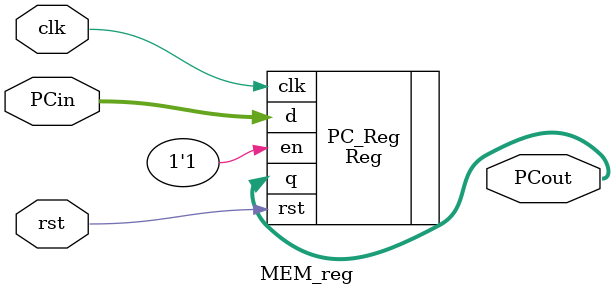
<source format=v>
module MEM_reg (clk, rst, PCin, PCout);
input clk;
input rst;
input [31:0] PCin;
output [31:0] PCout;

	Reg #(.WIDTH(32)) PC_Reg (
		.clk(clk),
		.rst(rst),
		.d(PCin),
		.en(1'b1),
		.q(PCout)
		);

endmodule 
</source>
